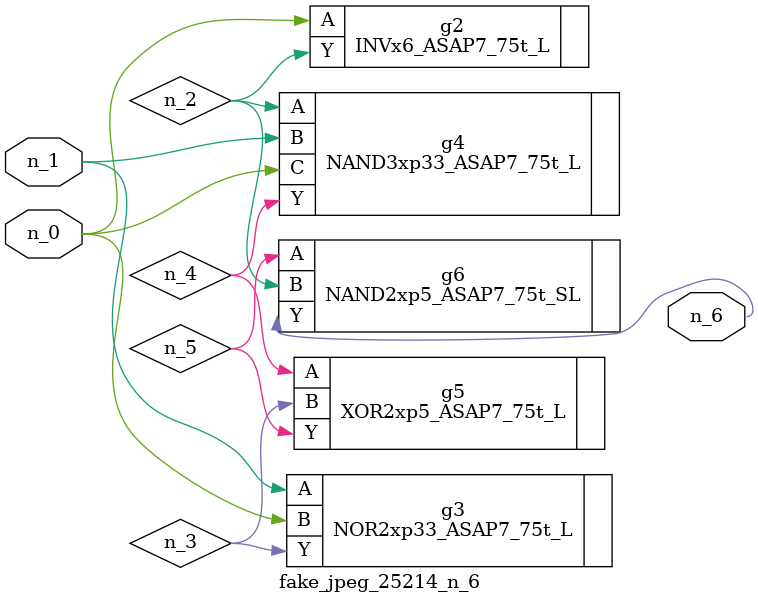
<source format=v>
module fake_jpeg_25214_n_6 (n_0, n_1, n_6);

input n_0;
input n_1;

output n_6;

wire n_3;
wire n_2;
wire n_4;
wire n_5;

INVx6_ASAP7_75t_L g2 ( 
.A(n_0),
.Y(n_2)
);

NOR2xp33_ASAP7_75t_L g3 ( 
.A(n_1),
.B(n_0),
.Y(n_3)
);

NAND3xp33_ASAP7_75t_L g4 ( 
.A(n_2),
.B(n_1),
.C(n_0),
.Y(n_4)
);

XOR2xp5_ASAP7_75t_L g5 ( 
.A(n_4),
.B(n_3),
.Y(n_5)
);

NAND2xp5_ASAP7_75t_SL g6 ( 
.A(n_5),
.B(n_2),
.Y(n_6)
);


endmodule
</source>
